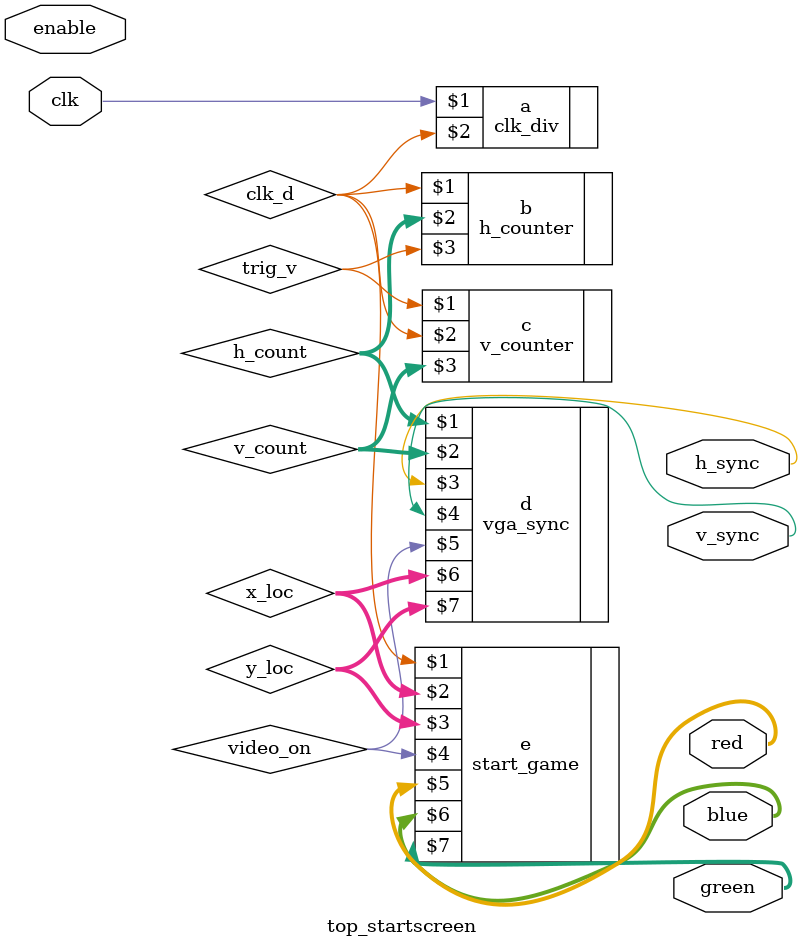
<source format=v>
module top_startscreen(
    input clk,
    input enable,
    output h_sync,
    output v_sync,
    output [3:0] red,
    output [3:0] green,
    output [3:0] blue
    );
    
    wire clk_d;
    wire [9:0] h_count;
    wire [9:0] v_count;
    wire trig_v;
    wire [9:0] x_loc;
    wire [9:0] y_loc;
    
    clk_div a(clk, clk_d);
    h_counter b(clk_d, h_count, trig_v);
    v_counter c(trig_v, clk_d, v_count);
    vga_sync d(h_count, v_count, h_sync, v_sync, video_on, x_loc, y_loc);
    start_game e(clk_d, x_loc, y_loc, video_on, red, blue, green);
endmodule
</source>
